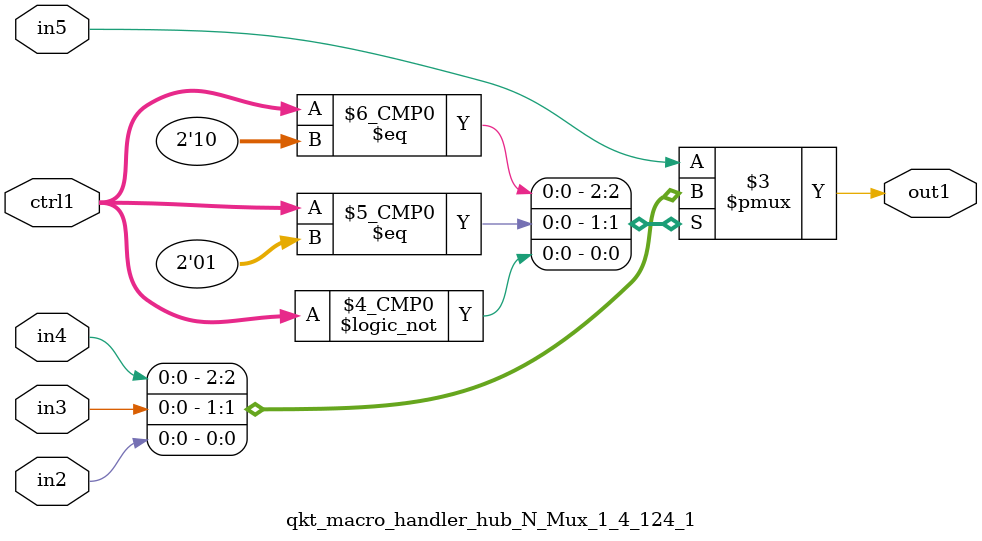
<source format=v>

`timescale 1ps / 1ps


module qkt_macro_handler_hub_N_Mux_1_4_124_1( in5, in4, in3, in2, ctrl1, out1 );

    input in5;
    input in4;
    input in3;
    input in2;
    input [1:0] ctrl1;
    output out1;
    reg out1;

    
    // rtl_process:qkt_macro_handler_hub_N_Mux_1_4_124_1/qkt_macro_handler_hub_N_Mux_1_4_124_1_thread_1
    always @*
      begin : qkt_macro_handler_hub_N_Mux_1_4_124_1_thread_1
        case (ctrl1) 
          2'd2: 
            begin
              out1 = in4;
            end
          2'd1: 
            begin
              out1 = in3;
            end
          2'd0: 
            begin
              out1 = in2;
            end
          default: 
            begin
              out1 = in5;
            end
        endcase
      end

endmodule


</source>
